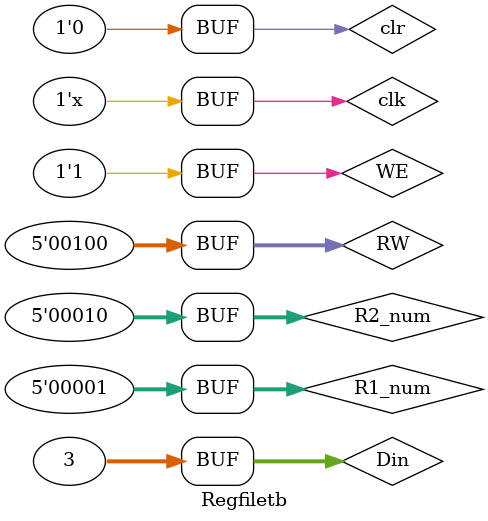
<source format=v>
`timescale 1ns / 1ps


module Regfiletb();
    reg [4:0] R1_num, R2_num, RW;
	reg [31:0] Din;
	reg WE, clk, clr;
	wire [31:0] v0, a0, sp;
	wire [31:0] Reg1, Reg2;

    RegFile test(R1_num, R2_num, RW, 
	Din, WE, clk, clr,
	v0, a0, sp,
	Reg1, Reg2
    );

    initial begin
    	R1_num = 1;
    	R2_num = 2;
    	Din = 3;
    	WE = 1;
    	RW = 2;
    	clk = 1;
    	clr = 0;
    	#5 RW = 4;
    end

    always #5 clk = ~clk;
	
endmodule

</source>
